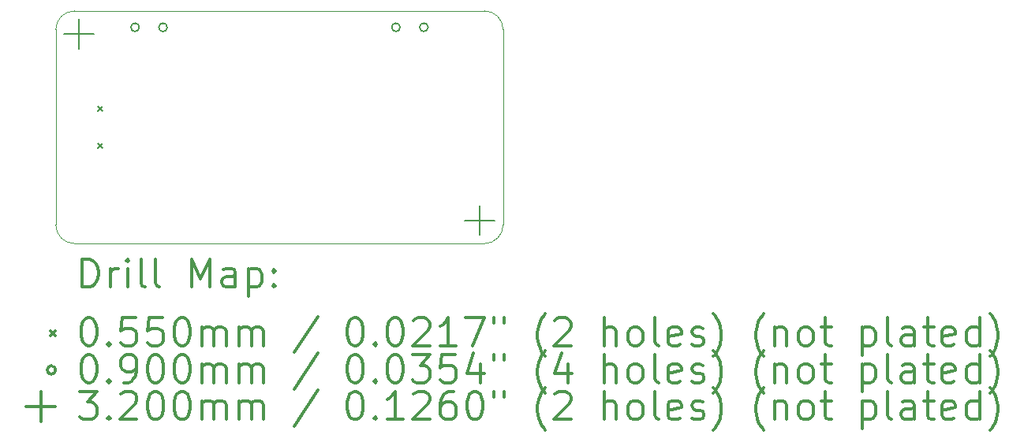
<source format=gbr>
%FSLAX45Y45*%
G04 Gerber Fmt 4.5, Leading zero omitted, Abs format (unit mm)*
G04 Created by KiCad (PCBNEW (5.1.10-1-10_14)) date 2021-09-25 17:09:41*
%MOMM*%
%LPD*%
G01*
G04 APERTURE LIST*
%TA.AperFunction,Profile*%
%ADD10C,0.050000*%
%TD*%
%ADD11C,0.200000*%
%ADD12C,0.300000*%
G04 APERTURE END LIST*
D10*
X4800000Y200000D02*
X4800000Y2300000D01*
X200000Y0D02*
G75*
G02*
X0Y200000I0J200000D01*
G01*
X0Y2300000D02*
G75*
G02*
X200000Y2500000I200000J0D01*
G01*
X4600000Y2500000D02*
G75*
G02*
X4800000Y2300000I0J-200000D01*
G01*
X4800000Y200000D02*
G75*
G02*
X4600000Y0I-200000J0D01*
G01*
X0Y2300000D02*
X0Y200000D01*
X4600000Y2500000D02*
X200000Y2500000D01*
X200000Y0D02*
X4600000Y0D01*
D11*
X450500Y1477500D02*
X505500Y1422500D01*
X505500Y1477500D02*
X450500Y1422500D01*
X450500Y1077500D02*
X505500Y1022500D01*
X505500Y1077500D02*
X450500Y1022500D01*
X895000Y2324100D02*
G75*
G03*
X895000Y2324100I-45000J0D01*
G01*
X1195000Y2324100D02*
G75*
G03*
X1195000Y2324100I-45000J0D01*
G01*
X3695000Y2324100D02*
G75*
G03*
X3695000Y2324100I-45000J0D01*
G01*
X3995000Y2324100D02*
G75*
G03*
X3995000Y2324100I-45000J0D01*
G01*
X250000Y2410000D02*
X250000Y2090000D01*
X90000Y2250000D02*
X410000Y2250000D01*
X4550000Y410000D02*
X4550000Y90000D01*
X4390000Y250000D02*
X4710000Y250000D01*
D12*
X283928Y-468214D02*
X283928Y-168214D01*
X355357Y-168214D01*
X398214Y-182500D01*
X426786Y-211071D01*
X441071Y-239643D01*
X455357Y-296786D01*
X455357Y-339643D01*
X441071Y-396786D01*
X426786Y-425357D01*
X398214Y-453929D01*
X355357Y-468214D01*
X283928Y-468214D01*
X583928Y-468214D02*
X583928Y-268214D01*
X583928Y-325357D02*
X598214Y-296786D01*
X612500Y-282500D01*
X641071Y-268214D01*
X669643Y-268214D01*
X769643Y-468214D02*
X769643Y-268214D01*
X769643Y-168214D02*
X755357Y-182500D01*
X769643Y-196786D01*
X783928Y-182500D01*
X769643Y-168214D01*
X769643Y-196786D01*
X955357Y-468214D02*
X926786Y-453929D01*
X912500Y-425357D01*
X912500Y-168214D01*
X1112500Y-468214D02*
X1083928Y-453929D01*
X1069643Y-425357D01*
X1069643Y-168214D01*
X1455357Y-468214D02*
X1455357Y-168214D01*
X1555357Y-382500D01*
X1655357Y-168214D01*
X1655357Y-468214D01*
X1926786Y-468214D02*
X1926786Y-311072D01*
X1912500Y-282500D01*
X1883928Y-268214D01*
X1826786Y-268214D01*
X1798214Y-282500D01*
X1926786Y-453929D02*
X1898214Y-468214D01*
X1826786Y-468214D01*
X1798214Y-453929D01*
X1783928Y-425357D01*
X1783928Y-396786D01*
X1798214Y-368214D01*
X1826786Y-353929D01*
X1898214Y-353929D01*
X1926786Y-339643D01*
X2069643Y-268214D02*
X2069643Y-568214D01*
X2069643Y-282500D02*
X2098214Y-268214D01*
X2155357Y-268214D01*
X2183928Y-282500D01*
X2198214Y-296786D01*
X2212500Y-325357D01*
X2212500Y-411071D01*
X2198214Y-439643D01*
X2183928Y-453929D01*
X2155357Y-468214D01*
X2098214Y-468214D01*
X2069643Y-453929D01*
X2341071Y-439643D02*
X2355357Y-453929D01*
X2341071Y-468214D01*
X2326786Y-453929D01*
X2341071Y-439643D01*
X2341071Y-468214D01*
X2341071Y-282500D02*
X2355357Y-296786D01*
X2341071Y-311072D01*
X2326786Y-296786D01*
X2341071Y-282500D01*
X2341071Y-311072D01*
X-57500Y-935000D02*
X-2500Y-990000D01*
X-2500Y-935000D02*
X-57500Y-990000D01*
X341071Y-798214D02*
X369643Y-798214D01*
X398214Y-812500D01*
X412500Y-826786D01*
X426786Y-855357D01*
X441071Y-912500D01*
X441071Y-983929D01*
X426786Y-1041071D01*
X412500Y-1069643D01*
X398214Y-1083929D01*
X369643Y-1098214D01*
X341071Y-1098214D01*
X312500Y-1083929D01*
X298214Y-1069643D01*
X283928Y-1041071D01*
X269643Y-983929D01*
X269643Y-912500D01*
X283928Y-855357D01*
X298214Y-826786D01*
X312500Y-812500D01*
X341071Y-798214D01*
X569643Y-1069643D02*
X583928Y-1083929D01*
X569643Y-1098214D01*
X555357Y-1083929D01*
X569643Y-1069643D01*
X569643Y-1098214D01*
X855357Y-798214D02*
X712500Y-798214D01*
X698214Y-941071D01*
X712500Y-926786D01*
X741071Y-912500D01*
X812500Y-912500D01*
X841071Y-926786D01*
X855357Y-941071D01*
X869643Y-969643D01*
X869643Y-1041071D01*
X855357Y-1069643D01*
X841071Y-1083929D01*
X812500Y-1098214D01*
X741071Y-1098214D01*
X712500Y-1083929D01*
X698214Y-1069643D01*
X1141071Y-798214D02*
X998214Y-798214D01*
X983928Y-941071D01*
X998214Y-926786D01*
X1026786Y-912500D01*
X1098214Y-912500D01*
X1126786Y-926786D01*
X1141071Y-941071D01*
X1155357Y-969643D01*
X1155357Y-1041071D01*
X1141071Y-1069643D01*
X1126786Y-1083929D01*
X1098214Y-1098214D01*
X1026786Y-1098214D01*
X998214Y-1083929D01*
X983928Y-1069643D01*
X1341071Y-798214D02*
X1369643Y-798214D01*
X1398214Y-812500D01*
X1412500Y-826786D01*
X1426786Y-855357D01*
X1441071Y-912500D01*
X1441071Y-983929D01*
X1426786Y-1041071D01*
X1412500Y-1069643D01*
X1398214Y-1083929D01*
X1369643Y-1098214D01*
X1341071Y-1098214D01*
X1312500Y-1083929D01*
X1298214Y-1069643D01*
X1283928Y-1041071D01*
X1269643Y-983929D01*
X1269643Y-912500D01*
X1283928Y-855357D01*
X1298214Y-826786D01*
X1312500Y-812500D01*
X1341071Y-798214D01*
X1569643Y-1098214D02*
X1569643Y-898214D01*
X1569643Y-926786D02*
X1583928Y-912500D01*
X1612500Y-898214D01*
X1655357Y-898214D01*
X1683928Y-912500D01*
X1698214Y-941071D01*
X1698214Y-1098214D01*
X1698214Y-941071D02*
X1712500Y-912500D01*
X1741071Y-898214D01*
X1783928Y-898214D01*
X1812500Y-912500D01*
X1826786Y-941071D01*
X1826786Y-1098214D01*
X1969643Y-1098214D02*
X1969643Y-898214D01*
X1969643Y-926786D02*
X1983928Y-912500D01*
X2012500Y-898214D01*
X2055357Y-898214D01*
X2083928Y-912500D01*
X2098214Y-941071D01*
X2098214Y-1098214D01*
X2098214Y-941071D02*
X2112500Y-912500D01*
X2141071Y-898214D01*
X2183928Y-898214D01*
X2212500Y-912500D01*
X2226786Y-941071D01*
X2226786Y-1098214D01*
X2812500Y-783929D02*
X2555357Y-1169643D01*
X3198214Y-798214D02*
X3226786Y-798214D01*
X3255357Y-812500D01*
X3269643Y-826786D01*
X3283928Y-855357D01*
X3298214Y-912500D01*
X3298214Y-983929D01*
X3283928Y-1041071D01*
X3269643Y-1069643D01*
X3255357Y-1083929D01*
X3226786Y-1098214D01*
X3198214Y-1098214D01*
X3169643Y-1083929D01*
X3155357Y-1069643D01*
X3141071Y-1041071D01*
X3126786Y-983929D01*
X3126786Y-912500D01*
X3141071Y-855357D01*
X3155357Y-826786D01*
X3169643Y-812500D01*
X3198214Y-798214D01*
X3426786Y-1069643D02*
X3441071Y-1083929D01*
X3426786Y-1098214D01*
X3412500Y-1083929D01*
X3426786Y-1069643D01*
X3426786Y-1098214D01*
X3626786Y-798214D02*
X3655357Y-798214D01*
X3683928Y-812500D01*
X3698214Y-826786D01*
X3712500Y-855357D01*
X3726786Y-912500D01*
X3726786Y-983929D01*
X3712500Y-1041071D01*
X3698214Y-1069643D01*
X3683928Y-1083929D01*
X3655357Y-1098214D01*
X3626786Y-1098214D01*
X3598214Y-1083929D01*
X3583928Y-1069643D01*
X3569643Y-1041071D01*
X3555357Y-983929D01*
X3555357Y-912500D01*
X3569643Y-855357D01*
X3583928Y-826786D01*
X3598214Y-812500D01*
X3626786Y-798214D01*
X3841071Y-826786D02*
X3855357Y-812500D01*
X3883928Y-798214D01*
X3955357Y-798214D01*
X3983928Y-812500D01*
X3998214Y-826786D01*
X4012500Y-855357D01*
X4012500Y-883929D01*
X3998214Y-926786D01*
X3826786Y-1098214D01*
X4012500Y-1098214D01*
X4298214Y-1098214D02*
X4126786Y-1098214D01*
X4212500Y-1098214D02*
X4212500Y-798214D01*
X4183928Y-841071D01*
X4155357Y-869643D01*
X4126786Y-883929D01*
X4398214Y-798214D02*
X4598214Y-798214D01*
X4469643Y-1098214D01*
X4698214Y-798214D02*
X4698214Y-855357D01*
X4812500Y-798214D02*
X4812500Y-855357D01*
X5255357Y-1212500D02*
X5241071Y-1198214D01*
X5212500Y-1155357D01*
X5198214Y-1126786D01*
X5183928Y-1083929D01*
X5169643Y-1012500D01*
X5169643Y-955357D01*
X5183928Y-883929D01*
X5198214Y-841071D01*
X5212500Y-812500D01*
X5241071Y-769643D01*
X5255357Y-755357D01*
X5355357Y-826786D02*
X5369643Y-812500D01*
X5398214Y-798214D01*
X5469643Y-798214D01*
X5498214Y-812500D01*
X5512500Y-826786D01*
X5526786Y-855357D01*
X5526786Y-883929D01*
X5512500Y-926786D01*
X5341071Y-1098214D01*
X5526786Y-1098214D01*
X5883928Y-1098214D02*
X5883928Y-798214D01*
X6012500Y-1098214D02*
X6012500Y-941071D01*
X5998214Y-912500D01*
X5969643Y-898214D01*
X5926786Y-898214D01*
X5898214Y-912500D01*
X5883928Y-926786D01*
X6198214Y-1098214D02*
X6169643Y-1083929D01*
X6155357Y-1069643D01*
X6141071Y-1041071D01*
X6141071Y-955357D01*
X6155357Y-926786D01*
X6169643Y-912500D01*
X6198214Y-898214D01*
X6241071Y-898214D01*
X6269643Y-912500D01*
X6283928Y-926786D01*
X6298214Y-955357D01*
X6298214Y-1041071D01*
X6283928Y-1069643D01*
X6269643Y-1083929D01*
X6241071Y-1098214D01*
X6198214Y-1098214D01*
X6469643Y-1098214D02*
X6441071Y-1083929D01*
X6426786Y-1055357D01*
X6426786Y-798214D01*
X6698214Y-1083929D02*
X6669643Y-1098214D01*
X6612500Y-1098214D01*
X6583928Y-1083929D01*
X6569643Y-1055357D01*
X6569643Y-941071D01*
X6583928Y-912500D01*
X6612500Y-898214D01*
X6669643Y-898214D01*
X6698214Y-912500D01*
X6712500Y-941071D01*
X6712500Y-969643D01*
X6569643Y-998214D01*
X6826786Y-1083929D02*
X6855357Y-1098214D01*
X6912500Y-1098214D01*
X6941071Y-1083929D01*
X6955357Y-1055357D01*
X6955357Y-1041071D01*
X6941071Y-1012500D01*
X6912500Y-998214D01*
X6869643Y-998214D01*
X6841071Y-983929D01*
X6826786Y-955357D01*
X6826786Y-941071D01*
X6841071Y-912500D01*
X6869643Y-898214D01*
X6912500Y-898214D01*
X6941071Y-912500D01*
X7055357Y-1212500D02*
X7069643Y-1198214D01*
X7098214Y-1155357D01*
X7112500Y-1126786D01*
X7126786Y-1083929D01*
X7141071Y-1012500D01*
X7141071Y-955357D01*
X7126786Y-883929D01*
X7112500Y-841071D01*
X7098214Y-812500D01*
X7069643Y-769643D01*
X7055357Y-755357D01*
X7598214Y-1212500D02*
X7583928Y-1198214D01*
X7555357Y-1155357D01*
X7541071Y-1126786D01*
X7526786Y-1083929D01*
X7512500Y-1012500D01*
X7512500Y-955357D01*
X7526786Y-883929D01*
X7541071Y-841071D01*
X7555357Y-812500D01*
X7583928Y-769643D01*
X7598214Y-755357D01*
X7712500Y-898214D02*
X7712500Y-1098214D01*
X7712500Y-926786D02*
X7726786Y-912500D01*
X7755357Y-898214D01*
X7798214Y-898214D01*
X7826786Y-912500D01*
X7841071Y-941071D01*
X7841071Y-1098214D01*
X8026786Y-1098214D02*
X7998214Y-1083929D01*
X7983928Y-1069643D01*
X7969643Y-1041071D01*
X7969643Y-955357D01*
X7983928Y-926786D01*
X7998214Y-912500D01*
X8026786Y-898214D01*
X8069643Y-898214D01*
X8098214Y-912500D01*
X8112500Y-926786D01*
X8126786Y-955357D01*
X8126786Y-1041071D01*
X8112500Y-1069643D01*
X8098214Y-1083929D01*
X8069643Y-1098214D01*
X8026786Y-1098214D01*
X8212500Y-898214D02*
X8326786Y-898214D01*
X8255357Y-798214D02*
X8255357Y-1055357D01*
X8269643Y-1083929D01*
X8298214Y-1098214D01*
X8326786Y-1098214D01*
X8655357Y-898214D02*
X8655357Y-1198214D01*
X8655357Y-912500D02*
X8683928Y-898214D01*
X8741071Y-898214D01*
X8769643Y-912500D01*
X8783928Y-926786D01*
X8798214Y-955357D01*
X8798214Y-1041071D01*
X8783928Y-1069643D01*
X8769643Y-1083929D01*
X8741071Y-1098214D01*
X8683928Y-1098214D01*
X8655357Y-1083929D01*
X8969643Y-1098214D02*
X8941071Y-1083929D01*
X8926786Y-1055357D01*
X8926786Y-798214D01*
X9212500Y-1098214D02*
X9212500Y-941071D01*
X9198214Y-912500D01*
X9169643Y-898214D01*
X9112500Y-898214D01*
X9083928Y-912500D01*
X9212500Y-1083929D02*
X9183928Y-1098214D01*
X9112500Y-1098214D01*
X9083928Y-1083929D01*
X9069643Y-1055357D01*
X9069643Y-1026786D01*
X9083928Y-998214D01*
X9112500Y-983929D01*
X9183928Y-983929D01*
X9212500Y-969643D01*
X9312500Y-898214D02*
X9426786Y-898214D01*
X9355357Y-798214D02*
X9355357Y-1055357D01*
X9369643Y-1083929D01*
X9398214Y-1098214D01*
X9426786Y-1098214D01*
X9641071Y-1083929D02*
X9612500Y-1098214D01*
X9555357Y-1098214D01*
X9526786Y-1083929D01*
X9512500Y-1055357D01*
X9512500Y-941071D01*
X9526786Y-912500D01*
X9555357Y-898214D01*
X9612500Y-898214D01*
X9641071Y-912500D01*
X9655357Y-941071D01*
X9655357Y-969643D01*
X9512500Y-998214D01*
X9912500Y-1098214D02*
X9912500Y-798214D01*
X9912500Y-1083929D02*
X9883928Y-1098214D01*
X9826786Y-1098214D01*
X9798214Y-1083929D01*
X9783928Y-1069643D01*
X9769643Y-1041071D01*
X9769643Y-955357D01*
X9783928Y-926786D01*
X9798214Y-912500D01*
X9826786Y-898214D01*
X9883928Y-898214D01*
X9912500Y-912500D01*
X10026786Y-1212500D02*
X10041071Y-1198214D01*
X10069643Y-1155357D01*
X10083928Y-1126786D01*
X10098214Y-1083929D01*
X10112500Y-1012500D01*
X10112500Y-955357D01*
X10098214Y-883929D01*
X10083928Y-841071D01*
X10069643Y-812500D01*
X10041071Y-769643D01*
X10026786Y-755357D01*
X-2500Y-1358500D02*
G75*
G03*
X-2500Y-1358500I-45000J0D01*
G01*
X341071Y-1194214D02*
X369643Y-1194214D01*
X398214Y-1208500D01*
X412500Y-1222786D01*
X426786Y-1251357D01*
X441071Y-1308500D01*
X441071Y-1379929D01*
X426786Y-1437071D01*
X412500Y-1465643D01*
X398214Y-1479929D01*
X369643Y-1494214D01*
X341071Y-1494214D01*
X312500Y-1479929D01*
X298214Y-1465643D01*
X283928Y-1437071D01*
X269643Y-1379929D01*
X269643Y-1308500D01*
X283928Y-1251357D01*
X298214Y-1222786D01*
X312500Y-1208500D01*
X341071Y-1194214D01*
X569643Y-1465643D02*
X583928Y-1479929D01*
X569643Y-1494214D01*
X555357Y-1479929D01*
X569643Y-1465643D01*
X569643Y-1494214D01*
X726786Y-1494214D02*
X783928Y-1494214D01*
X812500Y-1479929D01*
X826786Y-1465643D01*
X855357Y-1422786D01*
X869643Y-1365643D01*
X869643Y-1251357D01*
X855357Y-1222786D01*
X841071Y-1208500D01*
X812500Y-1194214D01*
X755357Y-1194214D01*
X726786Y-1208500D01*
X712500Y-1222786D01*
X698214Y-1251357D01*
X698214Y-1322786D01*
X712500Y-1351357D01*
X726786Y-1365643D01*
X755357Y-1379929D01*
X812500Y-1379929D01*
X841071Y-1365643D01*
X855357Y-1351357D01*
X869643Y-1322786D01*
X1055357Y-1194214D02*
X1083928Y-1194214D01*
X1112500Y-1208500D01*
X1126786Y-1222786D01*
X1141071Y-1251357D01*
X1155357Y-1308500D01*
X1155357Y-1379929D01*
X1141071Y-1437071D01*
X1126786Y-1465643D01*
X1112500Y-1479929D01*
X1083928Y-1494214D01*
X1055357Y-1494214D01*
X1026786Y-1479929D01*
X1012500Y-1465643D01*
X998214Y-1437071D01*
X983928Y-1379929D01*
X983928Y-1308500D01*
X998214Y-1251357D01*
X1012500Y-1222786D01*
X1026786Y-1208500D01*
X1055357Y-1194214D01*
X1341071Y-1194214D02*
X1369643Y-1194214D01*
X1398214Y-1208500D01*
X1412500Y-1222786D01*
X1426786Y-1251357D01*
X1441071Y-1308500D01*
X1441071Y-1379929D01*
X1426786Y-1437071D01*
X1412500Y-1465643D01*
X1398214Y-1479929D01*
X1369643Y-1494214D01*
X1341071Y-1494214D01*
X1312500Y-1479929D01*
X1298214Y-1465643D01*
X1283928Y-1437071D01*
X1269643Y-1379929D01*
X1269643Y-1308500D01*
X1283928Y-1251357D01*
X1298214Y-1222786D01*
X1312500Y-1208500D01*
X1341071Y-1194214D01*
X1569643Y-1494214D02*
X1569643Y-1294214D01*
X1569643Y-1322786D02*
X1583928Y-1308500D01*
X1612500Y-1294214D01*
X1655357Y-1294214D01*
X1683928Y-1308500D01*
X1698214Y-1337072D01*
X1698214Y-1494214D01*
X1698214Y-1337072D02*
X1712500Y-1308500D01*
X1741071Y-1294214D01*
X1783928Y-1294214D01*
X1812500Y-1308500D01*
X1826786Y-1337072D01*
X1826786Y-1494214D01*
X1969643Y-1494214D02*
X1969643Y-1294214D01*
X1969643Y-1322786D02*
X1983928Y-1308500D01*
X2012500Y-1294214D01*
X2055357Y-1294214D01*
X2083928Y-1308500D01*
X2098214Y-1337072D01*
X2098214Y-1494214D01*
X2098214Y-1337072D02*
X2112500Y-1308500D01*
X2141071Y-1294214D01*
X2183928Y-1294214D01*
X2212500Y-1308500D01*
X2226786Y-1337072D01*
X2226786Y-1494214D01*
X2812500Y-1179929D02*
X2555357Y-1565643D01*
X3198214Y-1194214D02*
X3226786Y-1194214D01*
X3255357Y-1208500D01*
X3269643Y-1222786D01*
X3283928Y-1251357D01*
X3298214Y-1308500D01*
X3298214Y-1379929D01*
X3283928Y-1437071D01*
X3269643Y-1465643D01*
X3255357Y-1479929D01*
X3226786Y-1494214D01*
X3198214Y-1494214D01*
X3169643Y-1479929D01*
X3155357Y-1465643D01*
X3141071Y-1437071D01*
X3126786Y-1379929D01*
X3126786Y-1308500D01*
X3141071Y-1251357D01*
X3155357Y-1222786D01*
X3169643Y-1208500D01*
X3198214Y-1194214D01*
X3426786Y-1465643D02*
X3441071Y-1479929D01*
X3426786Y-1494214D01*
X3412500Y-1479929D01*
X3426786Y-1465643D01*
X3426786Y-1494214D01*
X3626786Y-1194214D02*
X3655357Y-1194214D01*
X3683928Y-1208500D01*
X3698214Y-1222786D01*
X3712500Y-1251357D01*
X3726786Y-1308500D01*
X3726786Y-1379929D01*
X3712500Y-1437071D01*
X3698214Y-1465643D01*
X3683928Y-1479929D01*
X3655357Y-1494214D01*
X3626786Y-1494214D01*
X3598214Y-1479929D01*
X3583928Y-1465643D01*
X3569643Y-1437071D01*
X3555357Y-1379929D01*
X3555357Y-1308500D01*
X3569643Y-1251357D01*
X3583928Y-1222786D01*
X3598214Y-1208500D01*
X3626786Y-1194214D01*
X3826786Y-1194214D02*
X4012500Y-1194214D01*
X3912500Y-1308500D01*
X3955357Y-1308500D01*
X3983928Y-1322786D01*
X3998214Y-1337072D01*
X4012500Y-1365643D01*
X4012500Y-1437071D01*
X3998214Y-1465643D01*
X3983928Y-1479929D01*
X3955357Y-1494214D01*
X3869643Y-1494214D01*
X3841071Y-1479929D01*
X3826786Y-1465643D01*
X4283928Y-1194214D02*
X4141071Y-1194214D01*
X4126786Y-1337072D01*
X4141071Y-1322786D01*
X4169643Y-1308500D01*
X4241071Y-1308500D01*
X4269643Y-1322786D01*
X4283928Y-1337072D01*
X4298214Y-1365643D01*
X4298214Y-1437071D01*
X4283928Y-1465643D01*
X4269643Y-1479929D01*
X4241071Y-1494214D01*
X4169643Y-1494214D01*
X4141071Y-1479929D01*
X4126786Y-1465643D01*
X4555357Y-1294214D02*
X4555357Y-1494214D01*
X4483928Y-1179929D02*
X4412500Y-1394214D01*
X4598214Y-1394214D01*
X4698214Y-1194214D02*
X4698214Y-1251357D01*
X4812500Y-1194214D02*
X4812500Y-1251357D01*
X5255357Y-1608500D02*
X5241071Y-1594214D01*
X5212500Y-1551357D01*
X5198214Y-1522786D01*
X5183928Y-1479929D01*
X5169643Y-1408500D01*
X5169643Y-1351357D01*
X5183928Y-1279929D01*
X5198214Y-1237072D01*
X5212500Y-1208500D01*
X5241071Y-1165643D01*
X5255357Y-1151357D01*
X5498214Y-1294214D02*
X5498214Y-1494214D01*
X5426786Y-1179929D02*
X5355357Y-1394214D01*
X5541071Y-1394214D01*
X5883928Y-1494214D02*
X5883928Y-1194214D01*
X6012500Y-1494214D02*
X6012500Y-1337072D01*
X5998214Y-1308500D01*
X5969643Y-1294214D01*
X5926786Y-1294214D01*
X5898214Y-1308500D01*
X5883928Y-1322786D01*
X6198214Y-1494214D02*
X6169643Y-1479929D01*
X6155357Y-1465643D01*
X6141071Y-1437071D01*
X6141071Y-1351357D01*
X6155357Y-1322786D01*
X6169643Y-1308500D01*
X6198214Y-1294214D01*
X6241071Y-1294214D01*
X6269643Y-1308500D01*
X6283928Y-1322786D01*
X6298214Y-1351357D01*
X6298214Y-1437071D01*
X6283928Y-1465643D01*
X6269643Y-1479929D01*
X6241071Y-1494214D01*
X6198214Y-1494214D01*
X6469643Y-1494214D02*
X6441071Y-1479929D01*
X6426786Y-1451357D01*
X6426786Y-1194214D01*
X6698214Y-1479929D02*
X6669643Y-1494214D01*
X6612500Y-1494214D01*
X6583928Y-1479929D01*
X6569643Y-1451357D01*
X6569643Y-1337072D01*
X6583928Y-1308500D01*
X6612500Y-1294214D01*
X6669643Y-1294214D01*
X6698214Y-1308500D01*
X6712500Y-1337072D01*
X6712500Y-1365643D01*
X6569643Y-1394214D01*
X6826786Y-1479929D02*
X6855357Y-1494214D01*
X6912500Y-1494214D01*
X6941071Y-1479929D01*
X6955357Y-1451357D01*
X6955357Y-1437071D01*
X6941071Y-1408500D01*
X6912500Y-1394214D01*
X6869643Y-1394214D01*
X6841071Y-1379929D01*
X6826786Y-1351357D01*
X6826786Y-1337072D01*
X6841071Y-1308500D01*
X6869643Y-1294214D01*
X6912500Y-1294214D01*
X6941071Y-1308500D01*
X7055357Y-1608500D02*
X7069643Y-1594214D01*
X7098214Y-1551357D01*
X7112500Y-1522786D01*
X7126786Y-1479929D01*
X7141071Y-1408500D01*
X7141071Y-1351357D01*
X7126786Y-1279929D01*
X7112500Y-1237072D01*
X7098214Y-1208500D01*
X7069643Y-1165643D01*
X7055357Y-1151357D01*
X7598214Y-1608500D02*
X7583928Y-1594214D01*
X7555357Y-1551357D01*
X7541071Y-1522786D01*
X7526786Y-1479929D01*
X7512500Y-1408500D01*
X7512500Y-1351357D01*
X7526786Y-1279929D01*
X7541071Y-1237072D01*
X7555357Y-1208500D01*
X7583928Y-1165643D01*
X7598214Y-1151357D01*
X7712500Y-1294214D02*
X7712500Y-1494214D01*
X7712500Y-1322786D02*
X7726786Y-1308500D01*
X7755357Y-1294214D01*
X7798214Y-1294214D01*
X7826786Y-1308500D01*
X7841071Y-1337072D01*
X7841071Y-1494214D01*
X8026786Y-1494214D02*
X7998214Y-1479929D01*
X7983928Y-1465643D01*
X7969643Y-1437071D01*
X7969643Y-1351357D01*
X7983928Y-1322786D01*
X7998214Y-1308500D01*
X8026786Y-1294214D01*
X8069643Y-1294214D01*
X8098214Y-1308500D01*
X8112500Y-1322786D01*
X8126786Y-1351357D01*
X8126786Y-1437071D01*
X8112500Y-1465643D01*
X8098214Y-1479929D01*
X8069643Y-1494214D01*
X8026786Y-1494214D01*
X8212500Y-1294214D02*
X8326786Y-1294214D01*
X8255357Y-1194214D02*
X8255357Y-1451357D01*
X8269643Y-1479929D01*
X8298214Y-1494214D01*
X8326786Y-1494214D01*
X8655357Y-1294214D02*
X8655357Y-1594214D01*
X8655357Y-1308500D02*
X8683928Y-1294214D01*
X8741071Y-1294214D01*
X8769643Y-1308500D01*
X8783928Y-1322786D01*
X8798214Y-1351357D01*
X8798214Y-1437071D01*
X8783928Y-1465643D01*
X8769643Y-1479929D01*
X8741071Y-1494214D01*
X8683928Y-1494214D01*
X8655357Y-1479929D01*
X8969643Y-1494214D02*
X8941071Y-1479929D01*
X8926786Y-1451357D01*
X8926786Y-1194214D01*
X9212500Y-1494214D02*
X9212500Y-1337072D01*
X9198214Y-1308500D01*
X9169643Y-1294214D01*
X9112500Y-1294214D01*
X9083928Y-1308500D01*
X9212500Y-1479929D02*
X9183928Y-1494214D01*
X9112500Y-1494214D01*
X9083928Y-1479929D01*
X9069643Y-1451357D01*
X9069643Y-1422786D01*
X9083928Y-1394214D01*
X9112500Y-1379929D01*
X9183928Y-1379929D01*
X9212500Y-1365643D01*
X9312500Y-1294214D02*
X9426786Y-1294214D01*
X9355357Y-1194214D02*
X9355357Y-1451357D01*
X9369643Y-1479929D01*
X9398214Y-1494214D01*
X9426786Y-1494214D01*
X9641071Y-1479929D02*
X9612500Y-1494214D01*
X9555357Y-1494214D01*
X9526786Y-1479929D01*
X9512500Y-1451357D01*
X9512500Y-1337072D01*
X9526786Y-1308500D01*
X9555357Y-1294214D01*
X9612500Y-1294214D01*
X9641071Y-1308500D01*
X9655357Y-1337072D01*
X9655357Y-1365643D01*
X9512500Y-1394214D01*
X9912500Y-1494214D02*
X9912500Y-1194214D01*
X9912500Y-1479929D02*
X9883928Y-1494214D01*
X9826786Y-1494214D01*
X9798214Y-1479929D01*
X9783928Y-1465643D01*
X9769643Y-1437071D01*
X9769643Y-1351357D01*
X9783928Y-1322786D01*
X9798214Y-1308500D01*
X9826786Y-1294214D01*
X9883928Y-1294214D01*
X9912500Y-1308500D01*
X10026786Y-1608500D02*
X10041071Y-1594214D01*
X10069643Y-1551357D01*
X10083928Y-1522786D01*
X10098214Y-1479929D01*
X10112500Y-1408500D01*
X10112500Y-1351357D01*
X10098214Y-1279929D01*
X10083928Y-1237072D01*
X10069643Y-1208500D01*
X10041071Y-1165643D01*
X10026786Y-1151357D01*
X-162500Y-1594500D02*
X-162500Y-1914500D01*
X-322500Y-1754500D02*
X-2500Y-1754500D01*
X255357Y-1590214D02*
X441071Y-1590214D01*
X341071Y-1704500D01*
X383928Y-1704500D01*
X412500Y-1718786D01*
X426786Y-1733071D01*
X441071Y-1761643D01*
X441071Y-1833071D01*
X426786Y-1861643D01*
X412500Y-1875929D01*
X383928Y-1890214D01*
X298214Y-1890214D01*
X269643Y-1875929D01*
X255357Y-1861643D01*
X569643Y-1861643D02*
X583928Y-1875929D01*
X569643Y-1890214D01*
X555357Y-1875929D01*
X569643Y-1861643D01*
X569643Y-1890214D01*
X698214Y-1618786D02*
X712500Y-1604500D01*
X741071Y-1590214D01*
X812500Y-1590214D01*
X841071Y-1604500D01*
X855357Y-1618786D01*
X869643Y-1647357D01*
X869643Y-1675929D01*
X855357Y-1718786D01*
X683928Y-1890214D01*
X869643Y-1890214D01*
X1055357Y-1590214D02*
X1083928Y-1590214D01*
X1112500Y-1604500D01*
X1126786Y-1618786D01*
X1141071Y-1647357D01*
X1155357Y-1704500D01*
X1155357Y-1775929D01*
X1141071Y-1833071D01*
X1126786Y-1861643D01*
X1112500Y-1875929D01*
X1083928Y-1890214D01*
X1055357Y-1890214D01*
X1026786Y-1875929D01*
X1012500Y-1861643D01*
X998214Y-1833071D01*
X983928Y-1775929D01*
X983928Y-1704500D01*
X998214Y-1647357D01*
X1012500Y-1618786D01*
X1026786Y-1604500D01*
X1055357Y-1590214D01*
X1341071Y-1590214D02*
X1369643Y-1590214D01*
X1398214Y-1604500D01*
X1412500Y-1618786D01*
X1426786Y-1647357D01*
X1441071Y-1704500D01*
X1441071Y-1775929D01*
X1426786Y-1833071D01*
X1412500Y-1861643D01*
X1398214Y-1875929D01*
X1369643Y-1890214D01*
X1341071Y-1890214D01*
X1312500Y-1875929D01*
X1298214Y-1861643D01*
X1283928Y-1833071D01*
X1269643Y-1775929D01*
X1269643Y-1704500D01*
X1283928Y-1647357D01*
X1298214Y-1618786D01*
X1312500Y-1604500D01*
X1341071Y-1590214D01*
X1569643Y-1890214D02*
X1569643Y-1690214D01*
X1569643Y-1718786D02*
X1583928Y-1704500D01*
X1612500Y-1690214D01*
X1655357Y-1690214D01*
X1683928Y-1704500D01*
X1698214Y-1733071D01*
X1698214Y-1890214D01*
X1698214Y-1733071D02*
X1712500Y-1704500D01*
X1741071Y-1690214D01*
X1783928Y-1690214D01*
X1812500Y-1704500D01*
X1826786Y-1733071D01*
X1826786Y-1890214D01*
X1969643Y-1890214D02*
X1969643Y-1690214D01*
X1969643Y-1718786D02*
X1983928Y-1704500D01*
X2012500Y-1690214D01*
X2055357Y-1690214D01*
X2083928Y-1704500D01*
X2098214Y-1733071D01*
X2098214Y-1890214D01*
X2098214Y-1733071D02*
X2112500Y-1704500D01*
X2141071Y-1690214D01*
X2183928Y-1690214D01*
X2212500Y-1704500D01*
X2226786Y-1733071D01*
X2226786Y-1890214D01*
X2812500Y-1575929D02*
X2555357Y-1961643D01*
X3198214Y-1590214D02*
X3226786Y-1590214D01*
X3255357Y-1604500D01*
X3269643Y-1618786D01*
X3283928Y-1647357D01*
X3298214Y-1704500D01*
X3298214Y-1775929D01*
X3283928Y-1833071D01*
X3269643Y-1861643D01*
X3255357Y-1875929D01*
X3226786Y-1890214D01*
X3198214Y-1890214D01*
X3169643Y-1875929D01*
X3155357Y-1861643D01*
X3141071Y-1833071D01*
X3126786Y-1775929D01*
X3126786Y-1704500D01*
X3141071Y-1647357D01*
X3155357Y-1618786D01*
X3169643Y-1604500D01*
X3198214Y-1590214D01*
X3426786Y-1861643D02*
X3441071Y-1875929D01*
X3426786Y-1890214D01*
X3412500Y-1875929D01*
X3426786Y-1861643D01*
X3426786Y-1890214D01*
X3726786Y-1890214D02*
X3555357Y-1890214D01*
X3641071Y-1890214D02*
X3641071Y-1590214D01*
X3612500Y-1633071D01*
X3583928Y-1661643D01*
X3555357Y-1675929D01*
X3841071Y-1618786D02*
X3855357Y-1604500D01*
X3883928Y-1590214D01*
X3955357Y-1590214D01*
X3983928Y-1604500D01*
X3998214Y-1618786D01*
X4012500Y-1647357D01*
X4012500Y-1675929D01*
X3998214Y-1718786D01*
X3826786Y-1890214D01*
X4012500Y-1890214D01*
X4269643Y-1590214D02*
X4212500Y-1590214D01*
X4183928Y-1604500D01*
X4169643Y-1618786D01*
X4141071Y-1661643D01*
X4126786Y-1718786D01*
X4126786Y-1833071D01*
X4141071Y-1861643D01*
X4155357Y-1875929D01*
X4183928Y-1890214D01*
X4241071Y-1890214D01*
X4269643Y-1875929D01*
X4283928Y-1861643D01*
X4298214Y-1833071D01*
X4298214Y-1761643D01*
X4283928Y-1733071D01*
X4269643Y-1718786D01*
X4241071Y-1704500D01*
X4183928Y-1704500D01*
X4155357Y-1718786D01*
X4141071Y-1733071D01*
X4126786Y-1761643D01*
X4483928Y-1590214D02*
X4512500Y-1590214D01*
X4541071Y-1604500D01*
X4555357Y-1618786D01*
X4569643Y-1647357D01*
X4583928Y-1704500D01*
X4583928Y-1775929D01*
X4569643Y-1833071D01*
X4555357Y-1861643D01*
X4541071Y-1875929D01*
X4512500Y-1890214D01*
X4483928Y-1890214D01*
X4455357Y-1875929D01*
X4441071Y-1861643D01*
X4426786Y-1833071D01*
X4412500Y-1775929D01*
X4412500Y-1704500D01*
X4426786Y-1647357D01*
X4441071Y-1618786D01*
X4455357Y-1604500D01*
X4483928Y-1590214D01*
X4698214Y-1590214D02*
X4698214Y-1647357D01*
X4812500Y-1590214D02*
X4812500Y-1647357D01*
X5255357Y-2004500D02*
X5241071Y-1990214D01*
X5212500Y-1947357D01*
X5198214Y-1918786D01*
X5183928Y-1875929D01*
X5169643Y-1804500D01*
X5169643Y-1747357D01*
X5183928Y-1675929D01*
X5198214Y-1633071D01*
X5212500Y-1604500D01*
X5241071Y-1561643D01*
X5255357Y-1547357D01*
X5355357Y-1618786D02*
X5369643Y-1604500D01*
X5398214Y-1590214D01*
X5469643Y-1590214D01*
X5498214Y-1604500D01*
X5512500Y-1618786D01*
X5526786Y-1647357D01*
X5526786Y-1675929D01*
X5512500Y-1718786D01*
X5341071Y-1890214D01*
X5526786Y-1890214D01*
X5883928Y-1890214D02*
X5883928Y-1590214D01*
X6012500Y-1890214D02*
X6012500Y-1733071D01*
X5998214Y-1704500D01*
X5969643Y-1690214D01*
X5926786Y-1690214D01*
X5898214Y-1704500D01*
X5883928Y-1718786D01*
X6198214Y-1890214D02*
X6169643Y-1875929D01*
X6155357Y-1861643D01*
X6141071Y-1833071D01*
X6141071Y-1747357D01*
X6155357Y-1718786D01*
X6169643Y-1704500D01*
X6198214Y-1690214D01*
X6241071Y-1690214D01*
X6269643Y-1704500D01*
X6283928Y-1718786D01*
X6298214Y-1747357D01*
X6298214Y-1833071D01*
X6283928Y-1861643D01*
X6269643Y-1875929D01*
X6241071Y-1890214D01*
X6198214Y-1890214D01*
X6469643Y-1890214D02*
X6441071Y-1875929D01*
X6426786Y-1847357D01*
X6426786Y-1590214D01*
X6698214Y-1875929D02*
X6669643Y-1890214D01*
X6612500Y-1890214D01*
X6583928Y-1875929D01*
X6569643Y-1847357D01*
X6569643Y-1733071D01*
X6583928Y-1704500D01*
X6612500Y-1690214D01*
X6669643Y-1690214D01*
X6698214Y-1704500D01*
X6712500Y-1733071D01*
X6712500Y-1761643D01*
X6569643Y-1790214D01*
X6826786Y-1875929D02*
X6855357Y-1890214D01*
X6912500Y-1890214D01*
X6941071Y-1875929D01*
X6955357Y-1847357D01*
X6955357Y-1833071D01*
X6941071Y-1804500D01*
X6912500Y-1790214D01*
X6869643Y-1790214D01*
X6841071Y-1775929D01*
X6826786Y-1747357D01*
X6826786Y-1733071D01*
X6841071Y-1704500D01*
X6869643Y-1690214D01*
X6912500Y-1690214D01*
X6941071Y-1704500D01*
X7055357Y-2004500D02*
X7069643Y-1990214D01*
X7098214Y-1947357D01*
X7112500Y-1918786D01*
X7126786Y-1875929D01*
X7141071Y-1804500D01*
X7141071Y-1747357D01*
X7126786Y-1675929D01*
X7112500Y-1633071D01*
X7098214Y-1604500D01*
X7069643Y-1561643D01*
X7055357Y-1547357D01*
X7598214Y-2004500D02*
X7583928Y-1990214D01*
X7555357Y-1947357D01*
X7541071Y-1918786D01*
X7526786Y-1875929D01*
X7512500Y-1804500D01*
X7512500Y-1747357D01*
X7526786Y-1675929D01*
X7541071Y-1633071D01*
X7555357Y-1604500D01*
X7583928Y-1561643D01*
X7598214Y-1547357D01*
X7712500Y-1690214D02*
X7712500Y-1890214D01*
X7712500Y-1718786D02*
X7726786Y-1704500D01*
X7755357Y-1690214D01*
X7798214Y-1690214D01*
X7826786Y-1704500D01*
X7841071Y-1733071D01*
X7841071Y-1890214D01*
X8026786Y-1890214D02*
X7998214Y-1875929D01*
X7983928Y-1861643D01*
X7969643Y-1833071D01*
X7969643Y-1747357D01*
X7983928Y-1718786D01*
X7998214Y-1704500D01*
X8026786Y-1690214D01*
X8069643Y-1690214D01*
X8098214Y-1704500D01*
X8112500Y-1718786D01*
X8126786Y-1747357D01*
X8126786Y-1833071D01*
X8112500Y-1861643D01*
X8098214Y-1875929D01*
X8069643Y-1890214D01*
X8026786Y-1890214D01*
X8212500Y-1690214D02*
X8326786Y-1690214D01*
X8255357Y-1590214D02*
X8255357Y-1847357D01*
X8269643Y-1875929D01*
X8298214Y-1890214D01*
X8326786Y-1890214D01*
X8655357Y-1690214D02*
X8655357Y-1990214D01*
X8655357Y-1704500D02*
X8683928Y-1690214D01*
X8741071Y-1690214D01*
X8769643Y-1704500D01*
X8783928Y-1718786D01*
X8798214Y-1747357D01*
X8798214Y-1833071D01*
X8783928Y-1861643D01*
X8769643Y-1875929D01*
X8741071Y-1890214D01*
X8683928Y-1890214D01*
X8655357Y-1875929D01*
X8969643Y-1890214D02*
X8941071Y-1875929D01*
X8926786Y-1847357D01*
X8926786Y-1590214D01*
X9212500Y-1890214D02*
X9212500Y-1733071D01*
X9198214Y-1704500D01*
X9169643Y-1690214D01*
X9112500Y-1690214D01*
X9083928Y-1704500D01*
X9212500Y-1875929D02*
X9183928Y-1890214D01*
X9112500Y-1890214D01*
X9083928Y-1875929D01*
X9069643Y-1847357D01*
X9069643Y-1818786D01*
X9083928Y-1790214D01*
X9112500Y-1775929D01*
X9183928Y-1775929D01*
X9212500Y-1761643D01*
X9312500Y-1690214D02*
X9426786Y-1690214D01*
X9355357Y-1590214D02*
X9355357Y-1847357D01*
X9369643Y-1875929D01*
X9398214Y-1890214D01*
X9426786Y-1890214D01*
X9641071Y-1875929D02*
X9612500Y-1890214D01*
X9555357Y-1890214D01*
X9526786Y-1875929D01*
X9512500Y-1847357D01*
X9512500Y-1733071D01*
X9526786Y-1704500D01*
X9555357Y-1690214D01*
X9612500Y-1690214D01*
X9641071Y-1704500D01*
X9655357Y-1733071D01*
X9655357Y-1761643D01*
X9512500Y-1790214D01*
X9912500Y-1890214D02*
X9912500Y-1590214D01*
X9912500Y-1875929D02*
X9883928Y-1890214D01*
X9826786Y-1890214D01*
X9798214Y-1875929D01*
X9783928Y-1861643D01*
X9769643Y-1833071D01*
X9769643Y-1747357D01*
X9783928Y-1718786D01*
X9798214Y-1704500D01*
X9826786Y-1690214D01*
X9883928Y-1690214D01*
X9912500Y-1704500D01*
X10026786Y-2004500D02*
X10041071Y-1990214D01*
X10069643Y-1947357D01*
X10083928Y-1918786D01*
X10098214Y-1875929D01*
X10112500Y-1804500D01*
X10112500Y-1747357D01*
X10098214Y-1675929D01*
X10083928Y-1633071D01*
X10069643Y-1604500D01*
X10041071Y-1561643D01*
X10026786Y-1547357D01*
M02*

</source>
